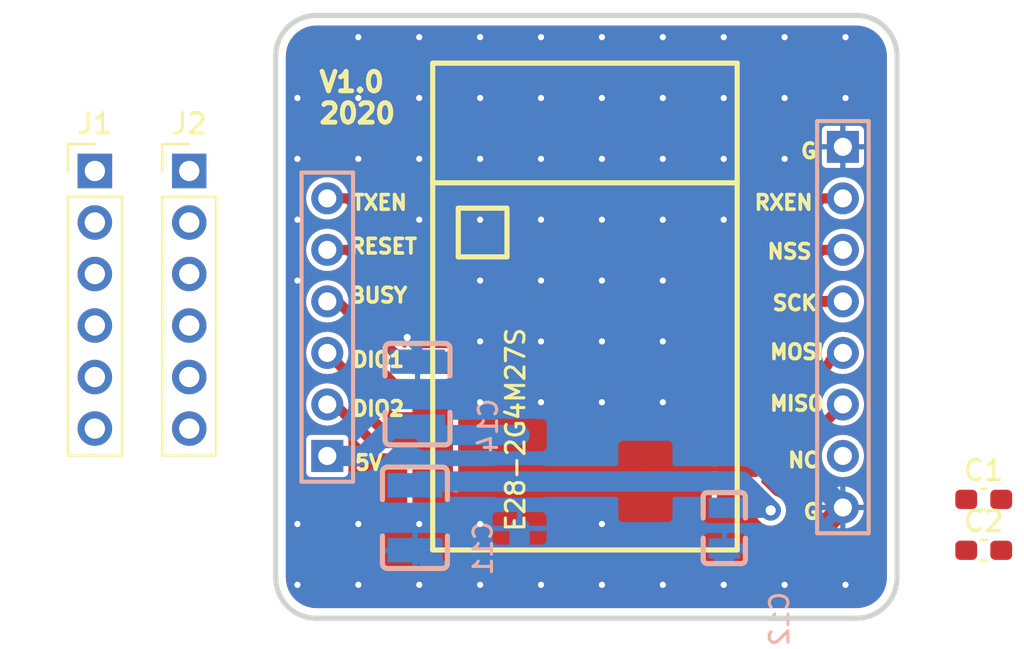
<source format=kicad_pcb>
(kicad_pcb (version 20240108) (generator "pcbnew") (generator_version "8.0")
  (layers (0 "F.Cu" signal "TopLayer") (31 "B.Cu" signal "BottomLayer") (34 "B.Paste" user "BottomPasteMaskLayer") (35 "F.Paste" user "TopPasteMaskLayer") (36 "B.SilkS" user "BottomSilkLayer") (37 "F.SilkS" user "TopSilkLayer") (38 "B.Mask" user "BottomSolderMaskLayer") (39 "F.Mask" user "TopSolderMaskLayer") (44 "Edge.Cuts" user "BoardOutLine"))
  (net 1 "")
  (net 2 "GND")
  (net 3 "3V3")
  (net 4 "5V")
  (net 5 "BUSY")
  (net 6 "TX_EN")
  (net 7 "NRESET")
  (net 8 "DIO1")
  (net 9 "NSS")
  (net 10 "SCK")
  (net 11 "MOSI")
  (net 12 "MISO")
  (net 13 "RX_EN")
  (net 14 "DIO2")
  (net 15 "+3V3")
  (net 16 "DIO3")
  (footprint "e28:E28-2G4M20S" (layer "F.Cu") (at 150 110 180)
    (property "Reference" "U1" (hide yes))
    (property "Value" "E28-2G4M27S" (at 3.9624 -10.16 90) (layer "F.SilkS") (effects (font (size 0.9144 0.9144) (thickness 0.1524)) (justify left top)))
    (fp_line (start 7.5071 7.1151) (end -7.4929 7.1151) (stroke (width 0.254)) (layer "F.SilkS"))
    (fp_line (start 7.507 13.015) (end -7.493 13.015) (stroke (width 0.254)) (layer "F.SilkS"))
    (fp_line (start 7.507 -10.985) (end 7.507 13.015) (stroke (width 0.254)) (layer "F.SilkS"))
    (fp_line (start 6.2471 5.8651) (end 3.8471 5.8651) (stroke (width 0.254)) (layer "F.SilkS"))
    (fp_line (start 6.2471 3.4651) (end 6.2471 5.8651) (stroke (width 0.254)) (layer "F.SilkS"))
    (fp_line (start 3.8471 5.8651) (end 3.8471 3.4651) (stroke (width 0.254)) (layer "F.SilkS"))
    (fp_line (start 3.8471 3.4651) (end 6.2471 3.4651) (stroke (width 0.254)) (layer "F.SilkS"))
    (fp_line (start -7.493 13.015) (end -7.493 -10.985) (stroke (width 0.254)) (layer "F.SilkS"))
    (fp_line (start -7.493 -10.985) (end 7.507 -10.985) (stroke (width 0.254)) (layer "F.SilkS"))
    (pad "1" smd rect (at -7.493 -8.255 180) (size 2 0.8) (layers "F.Cu" "F.Paste" "F.Mask") (net 3 "3V3"))
    (pad "2" smd rect (at -7.493 -6.985 180) (size 2 0.8) (layers "F.Cu" "F.Paste" "F.Mask") (net 2 "GND"))
    (pad "3" smd rect (at -7.493 -5.715 180) (size 2 0.8) (layers "F.Cu" "F.Paste" "F.Mask") (net 12 "MISO"))
    (pad "4" smd rect (at -7.493 -4.445 180) (size 2 0.8) (layers "F.Cu" "F.Paste" "F.Mask") (net 11 "MOSI"))
    (pad "5" smd rect (at -7.493 -3.175 180) (size 2 0.8) (layers "F.Cu" "F.Paste" "F.Mask") (net 10 "SCK"))
    (pad "6" smd rect (at -7.493 -1.905 180) (size 2 0.8) (layers "F.Cu" "F.Paste" "F.Mask") (net 9 "NSS"))
    (pad "7" smd rect (at -7.493 -0.635 180) (size 2 0.8) (layers "F.Cu" "F.Paste" "F.Mask") (net 2 "GND"))
    (pad "8" smd rect (at -7.493 0.635 180) (size 2 0.8) (layers "F.Cu" "F.Paste" "F.Mask") (net 13 "RX_EN"))
    (pad "9" smd rect (at 7.5072 0.635 180) (size 2 0.8) (layers "F.Cu" "F.Paste" "F.Mask") (net 6 "TX_EN"))
    (pad "10" smd rect (at 7.5072 -0.635 180) (size 2 0.8) (layers "F.Cu" "F.Paste" "F.Mask") (net 2 "GND"))
    (pad "11" smd rect (at 7.5072 -1.905 180) (size 2 0.8) (layers "F.Cu" "F.Paste" "F.Mask") (net 7 "NRESET"))
    (pad "12" smd rect (at 7.5072 -3.175 180) (size 2 0.8) (layers "F.Cu" "F.Paste" "F.Mask") (net 5 "BUSY"))
    (pad "13" smd rect (at 7.5072 -4.445 180) (size 2 0.8) (layers "F.Cu" "F.Paste" "F.Mask") (net 8 "DIO1"))
    (pad "14" smd rect (at 7.5072 -5.715 180) (size 2 0.8) (layers "F.Cu" "F.Paste" "F.Mask") (net 14 "DIO2"))
    (pad "15" smd rect (at 7.5072 -6.985 180) (size 2 0.8) (layers "F.Cu" "F.Paste" "F.Mask") (net 0 ""))
    (pad "16" smd rect (at 7.5072 -8.255 180) (size 2 0.8) (layers "F.Cu" "F.Paste" "F.Mask") (net 2 "GND"))
  )
  (footprint "Connector_PinHeader_2.54mm:PinHeader_1x06_P2.54mm_Vertical" (layer "F.Cu") (at 130.5 102.3)
    (property "Reference" "J2" (at 0 -2.33 0) (layer "F.SilkS"))
    (property "Value" "Conn_01x08")
    (fp_line (start -1.33 -1.33) (end 0 -1.33) (stroke (width 0.12)) (layer "F.SilkS"))
    (fp_line (start -1.33 0) (end -1.33 -1.33) (stroke (width 0.12)) (layer "F.SilkS"))
    (fp_line (start -1.33 1.27) (end -1.33 14.03) (stroke (width 0.12)) (layer "F.SilkS"))
    (fp_line (start -1.33 1.27) (end 1.33 1.27) (stroke (width 0.12)) (layer "F.SilkS"))
    (fp_line (start -1.33 14.03) (end 1.33 14.03) (stroke (width 0.12)) (layer "F.SilkS"))
    (fp_line (start 1.33 1.27) (end 1.33 14.03) (stroke (width 0.12)) (layer "F.SilkS"))
    (pad "1" thru_hole rect (at 0 0) (size 1.7 1.7) (drill 1) (layers "*.Cu" "*.Mask") (net 2 "GND"))
    (pad "2" thru_hole oval (at 0 2.54) (size 1.7 1.7) (drill 1) (layers "*.Cu" "*.Mask") (net 13 "RX_EN"))
    (pad "3" thru_hole oval (at 0 5.08) (size 1.7 1.7) (drill 1) (layers "*.Cu" "*.Mask") (net 9 "NSS"))
    (pad "4" thru_hole oval (at 0 7.62) (size 1.7 1.7) (drill 1) (layers "*.Cu" "*.Mask") (net 10 "SCK"))
    (pad "5" thru_hole oval (at 0 10.16) (size 1.7 1.7) (drill 1) (layers "*.Cu" "*.Mask") (net 11 "MOSI"))
    (pad "6" thru_hole oval (at 0 12.7) (size 1.7 1.7) (drill 1) (layers "*.Cu" "*.Mask") (net 12 "MISO"))
  )
  (footprint "Capacitor_SMD:C_0603_1608Metric_Pad1.08x0.95mm_HandSolder" (layer "F.Cu") (at 169.6375 121)
    (property "Reference" "C2" (at 0 -1.43 0) (layer "F.SilkS"))
    (property "Value" "22u")
    (fp_line (start -0.146267 -0.51) (end 0.146267 -0.51) (stroke (width 0.12)) (layer "F.SilkS"))
    (fp_line (start -0.146267 0.51) (end 0.146267 0.51) (stroke (width 0.12)) (layer "F.SilkS"))
    (pad "1" smd roundrect (at -0.8625 0) (size 1.075 0.95) (layers "F.Cu" "F.Paste" "F.Mask") (net 15 "+3V3"))
    (pad "2" smd roundrect (at 0.8625 0) (size 1.075 0.95) (layers "F.Cu" "F.Paste" "F.Mask") (net 2 "GND"))
  )
  (footprint "Capacitor_SMD:C_0603_1608Metric_Pad1.08x0.95mm_HandSolder" (layer "F.Cu") (at 169.6375 118.49)
    (property "Reference" "C1" (at 0 -1.43 0) (layer "F.SilkS"))
    (property "Value" "100n")
    (fp_line (start -0.146267 -0.51) (end 0.146267 -0.51) (stroke (width 0.12)) (layer "F.SilkS"))
    (fp_line (start -0.146267 0.51) (end 0.146267 0.51) (stroke (width 0.12)) (layer "F.SilkS"))
    (pad "1" smd roundrect (at -0.8625 0) (size 1.075 0.95) (layers "F.Cu" "F.Paste" "F.Mask") (net 15 "+3V3"))
    (pad "2" smd roundrect (at 0.8625 0) (size 1.075 0.95) (layers "F.Cu" "F.Paste" "F.Mask") (net 2 "GND"))
  )
  (footprint "Connector_PinHeader_2.54mm:PinHeader_1x06_P2.54mm_Vertical" (layer "F.Cu") (at 125.85 102.3)
    (property "Reference" "J1" (at 0 -2.33 0) (layer "F.SilkS"))
    (property "Value" "Conn_01x08")
    (fp_line (start -1.33 -1.33) (end 0 -1.33) (stroke (width 0.12)) (layer "F.SilkS"))
    (fp_line (start -1.33 0) (end -1.33 -1.33) (stroke (width 0.12)) (layer "F.SilkS"))
    (fp_line (start -1.33 1.27) (end -1.33 14.03) (stroke (width 0.12)) (layer "F.SilkS"))
    (fp_line (start -1.33 1.27) (end 1.33 1.27) (stroke (width 0.12)) (layer "F.SilkS"))
    (fp_line (start -1.33 14.03) (end 1.33 14.03) (stroke (width 0.12)) (layer "F.SilkS"))
    (fp_line (start 1.33 1.27) (end 1.33 14.03) (stroke (width 0.12)) (layer "F.SilkS"))
    (pad "1" thru_hole rect (at 0 0) (size 1.7 1.7) (drill 1) (layers "*.Cu" "*.Mask"))
    (pad "2" thru_hole oval (at 0 2.54) (size 1.7 1.7) (drill 1) (layers "*.Cu" "*.Mask") (net 16 "DIO3"))
    (pad "3" thru_hole oval (at 0 5.08) (size 1.7 1.7) (drill 1) (layers "*.Cu" "*.Mask") (net 14 "DIO2"))
    (pad "4" thru_hole oval (at 0 7.62) (size 1.7 1.7) (drill 1) (layers "*.Cu" "*.Mask") (net 8 "DIO1"))
    (pad "5" thru_hole oval (at 0 10.16) (size 1.7 1.7) (drill 1) (layers "*.Cu" "*.Mask") (net 5 "BUSY"))
    (pad "6" thru_hole oval (at 0 12.7) (size 1.7 1.7) (drill 1) (layers "*.Cu" "*.Mask") (net 7 "NRESET"))
  )
  (footprint "e28:C1210" (layer "B.Cu") (at 141.745 113.302 -90)
    (property "Reference" "C14" (at 0.127 -2.9464 270) (layer "B.SilkS") (effects (font (size 0.9144 0.9144) (thickness 0.1524)) (justify left top mirror)))
    (property "Value" "10uF" (hide yes))
    (fp_line (start -2.25 1.6) (end -2.2 1.6) (stroke (width 0.254)) (layer "B.SilkS"))
    (fp_line (start -0.9 1.6) (end -2.2 1.6) (stroke (width 0.254)) (layer "B.SilkS"))
    (fp_line (start 0.9 1.6) (end 2.2 1.6) (stroke (width 0.254)) (layer "B.SilkS"))
    (fp_line (start 2.2 1.6) (end 2.2 1.6) (stroke (width 0.254)) (layer "B.SilkS"))
    (fp_line (start 2.25 1.6) (end 2.2 1.6) (stroke (width 0.254)) (layer "B.SilkS"))
    (fp_line (start -2.5 1.35) (end -2.5 -1.35) (stroke (width 0.254)) (layer "B.SilkS"))
    (fp_line (start 2.5 1.35) (end 2.5 -1.35) (stroke (width 0.254)) (layer "B.SilkS"))
    (fp_line (start -2.25 -1.6) (end -2.2 -1.6) (stroke (width 0.254)) (layer "B.SilkS"))
    (fp_line (start -0.9 -1.6) (end -2.2 -1.6) (stroke (width 0.254)) (layer "B.SilkS"))
    (fp_line (start 0.9 -1.6) (end 2.2 -1.6) (stroke (width 0.254)) (layer "B.SilkS"))
    (fp_line (start 2.25 -1.6) (end 2.2 -1.6) (stroke (width 0.254)) (layer "B.SilkS"))
    (fp_arc (start -2.25 1.6) (mid -2.426777 1.526777) (end -2.5 1.35) (stroke (width 0.254)) (layer "B.SilkS"))
    (fp_arc (start 2.5 1.35) (mid 2.426777 1.526777) (end 2.25 1.6) (stroke (width 0.254)) (layer "B.SilkS"))
    (fp_arc (start -2.5 -1.35) (mid -2.426777 -1.526777) (end -2.25 -1.6) (stroke (width 0.254)) (layer "B.SilkS"))
    (fp_arc (start 2.25 -1.6) (mid 2.426777 -1.526777) (end 2.5 -1.35) (stroke (width 0.254)) (layer "B.SilkS"))
    (pad "1" smd rect (at -1.5999 0 90) (size 1.2 2.7) (layers "B.Cu" "B.Paste" "B.Mask") (net 2 "GND"))
    (pad "2" smd rect (at 1.6002 0 90) (size 1.2 2.7) (layers "B.Cu" "B.Paste" "B.Mask") (net 4 "5V"))
  )
  (footprint "e28:C1210" (layer "B.Cu") (at 141.618 119.398 90)
    (property "Reference" "C11" (at -0.0762 2.8194 270) (layer "B.SilkS") (effects (font (size 0.9144 0.9144) (thickness 0.1524)) (justify left top mirror)))
    (property "Value" "10uF" (hide yes))
    (fp_line (start 2.25 -1.6) (end 2.2 -1.6) (stroke (width 0.254)) (layer "B.SilkS"))
    (fp_line (start 0.9 -1.6) (end 2.2 -1.6) (stroke (width 0.254)) (layer "B.SilkS"))
    (fp_line (start -0.9 -1.6) (end -2.2 -1.6) (stroke (width 0.254)) (layer "B.SilkS"))
    (fp_line (start -2.25 -1.6) (end -2.2 -1.6) (stroke (width 0.254)) (layer "B.SilkS"))
    (fp_line (start 2.5 1.35) (end 2.5 -1.35) (stroke (width 0.254)) (layer "B.SilkS"))
    (fp_line (start -2.5 1.35) (end -2.5 -1.35) (stroke (width 0.254)) (layer "B.SilkS"))
    (fp_line (start 2.25 1.6) (end 2.2 1.6) (stroke (width 0.254)) (layer "B.SilkS"))
    (fp_line (start 2.2 1.6) (end 2.2 1.6) (stroke (width 0.254)) (layer "B.SilkS"))
    (fp_line (start 0.9 1.6) (end 2.2 1.6) (stroke (width 0.254)) (layer "B.SilkS"))
    (fp_line (start -0.9 1.6) (end -2.2 1.6) (stroke (width 0.254)) (layer "B.SilkS"))
    (fp_line (start -2.25 1.6) (end -2.2 1.6) (stroke (width 0.254)) (layer "B.SilkS"))
    (fp_arc (start 2.25 -1.6) (mid 2.426777 -1.526777) (end 2.5 -1.35) (stroke (width 0.254)) (layer "B.SilkS"))
    (fp_arc (start -2.5 -1.35) (mid -2.426777 -1.526777) (end -2.25 -1.6) (stroke (width 0.254)) (layer "B.SilkS"))
    (fp_arc (start 2.5 1.35) (mid 2.426777 1.526777) (end 2.25 1.6) (stroke (width 0.254)) (layer "B.SilkS"))
    (fp_arc (start -2.25 1.6) (mid -2.426777 1.526777) (end -2.5 1.35) (stroke (width 0.254)) (layer "B.SilkS"))
    (pad "1" smd rect (at -1.5999 0 270) (size 1.2 2.7) (layers "B.Cu" "B.Paste" "B.Mask") (net 2 "GND"))
    (pad "2" smd rect (at 1.6002 0 270) (size 1.2 2.7) (layers "B.Cu" "B.Paste" "B.Mask") (net 3 "3V3"))
  )
  (footprint "e28:HDR-M-2.54_1X6" (layer "B.Cu") (at 137.3 110 90)
    (property "Reference" "J1" (hide yes))
    (property "Value" "HDR-M-2.54_1x6" (hide yes))
    (fp_line (start 7.62 -1.27) (end 7.62 1.27) (stroke (width 0.2032)) (layer "B.SilkS"))
    (fp_line (start -7.62 -1.27) (end 7.62 -1.27) (stroke (width 0.2032)) (layer "B.SilkS"))
    (fp_line (start 7.62 1.27) (end -5.715 1.27) (stroke (width 0.203)) (layer "B.SilkS"))
    (fp_line (start -5.715 1.27) (end -7.62 1.27) (stroke (width 0.2032)) (layer "B.SilkS"))
    (fp_line (start -7.62 1.27) (end -7.62 -1.27) (stroke (width 0.2032)) (layer "B.SilkS"))
    (pad "1" thru_hole rect (at -6.35 0 270) (size 1.5748 1.5748) (drill 0.889) (layers "*.Cu" "*.Mask") (net 4 "5V"))
    (pad "2" thru_hole oval (at -3.81 0 270) (size 1.5748 1.5748) (drill 0.889) (layers "*.Cu" "*.Mask") (net 14 "DIO2"))
    (pad "3" thru_hole oval (at -1.27 0 270) (size 1.5748 1.5748) (drill 0.889) (layers "*.Cu" "*.Mask") (net 8 "DIO1"))
    (pad "4" thru_hole oval (at 1.27 0 270) (size 1.5748 1.5748) (drill 0.889) (layers "*.Cu" "*.Mask") (net 5 "BUSY"))
    (pad "5" thru_hole oval (at 3.81 0 270) (size 1.5748 1.5748) (drill 0.889) (layers "*.Cu" "*.Mask") (net 7 "NRESET"))
    (pad "6" thru_hole oval (at 6.35 0 270) (size 1.5748 1.5748) (drill 0.889) (layers "*.Cu" "*.Mask") (net 6 "TX_EN"))
  )
  (footprint "e28:C0805" (layer "B.Cu") (at 156.858 119.906 90)
    (property "Reference" "C12" (at -3.048 2.1844 270) (layer "B.SilkS") (effects (font (size 0.9144 0.9144) (thickness 0.1524)) (justify left top mirror)))
    (property "Value" "100nF" (hide yes))
    (fp_line (start 0.5 -1.04) (end 1.55 -1.04) (stroke (width 0.254)) (layer "B.SilkS"))
    (fp_line (start -0.5 -1.04) (end -1.55 -1.04) (stroke (width 0.254)) (layer "B.SilkS"))
    (fp_line (start 1.75 -0.84) (end 1.75 -0.8) (stroke (width 0.254)) (layer "B.SilkS"))
    (fp_line (start -1.75 -0.84) (end -1.75 -0.8) (stroke (width 0.254)) (layer "B.SilkS"))
    (fp_line (start 1.75 0.8) (end 1.75 -0.8) (stroke (width 0.254)) (layer "B.SilkS"))
    (fp_line (start -1.75 0.8) (end -1.75 -0.8) (stroke (width 0.254)) (layer "B.SilkS"))
    (fp_line (start -1.75 0.8199) (end -1.75 0.8) (stroke (width 0.254)) (layer "B.SilkS"))
    (fp_line (start 1.75 0.84) (end 1.75 0.8) (stroke (width 0.254)) (layer "B.SilkS"))
    (fp_line (start -1.75 0.84) (end -1.75 0.8) (stroke (width 0.254)) (layer "B.SilkS"))
    (fp_line (start 0.5 1.04) (end 1.55 1.04) (stroke (width 0.254)) (layer "B.SilkS"))
    (fp_line (start -0.5 1.04) (end -1.55 1.04) (stroke (width 0.254)) (layer "B.SilkS"))
    (fp_arc (start 1.55 -1.04) (mid 1.691421 -0.981421) (end 1.75 -0.84) (stroke (width 0.254)) (layer "B.SilkS"))
    (fp_arc (start -1.75 -0.84) (mid -1.691421 -0.981421) (end -1.55 -1.04) (stroke (width 0.254)) (layer "B.SilkS"))
    (fp_arc (start 1.75 0.84) (mid 1.691421 0.981421) (end 1.55 1.04) (stroke (width 0.254)) (layer "B.SilkS"))
    (fp_arc (start -1.55 1.04) (mid -1.691421 0.981421) (end -1.75 0.84) (stroke (width 0.254)) (layer "B.SilkS"))
    (pad "1" smd rect (at -1 0 270) (size 1 1.55) (layers "B.Cu" "B.Paste" "B.Mask") (net 2 "GND"))
    (pad "2" smd rect (at 1 0 270) (size 1 1.55) (layers "B.Cu" "B.Paste" "B.Mask") (net 3 "3V3"))
  )
  (footprint "e28:HDR-M-2.54_1X8" (layer "B.Cu") (at 162.7 111.27 -90)
    (property "Reference" "J2" (hide yes))
    (property "Value" "HDR-M-2.54_1x8" (hide yes))
    (fp_line (start -11.43 1.27) (end -9.525 1.27) (stroke (width 0.2032)) (layer "B.SilkS"))
    (fp_line (start 8.89 1.27) (end -9.525 1.27) (stroke (width 0.203)) (layer "B.SilkS"))
    (fp_line (start 8.89 1.27) (end 8.89 -1.27) (stroke (width 0.2032)) (layer "B.SilkS"))
    (fp_line (start -11.43 -1.27) (end -11.43 1.27) (stroke (width 0.2032)) (layer "B.SilkS"))
    (fp_line (start 8.89 -1.27) (end -11.43 -1.27) (stroke (width 0.2032)) (layer "B.SilkS"))
    (pad "1" thru_hole rect (at -10.16 0 90) (size 1.5748 1.5748) (drill 0.889) (layers "*.Cu" "*.Mask") (net 2 "GND"))
    (pad "2" thru_hole oval (at -7.62 0 90) (size 1.5748 1.5748) (drill 0.889) (layers "*.Cu" "*.Mask") (net 13 "RX_EN"))
    (pad "3" thru_hole oval (at -5.08 0 90) (size 1.5748 1.5748) (drill 0.889) (layers "*.Cu" "*.Mask") (net 9 "NSS"))
    (pad "4" thru_hole oval (at -2.54 0 90) (size 1.5748 1.5748) (drill 0.889) (layers "*.Cu" "*.Mask") (net 10 "SCK"))
    (pad "5" thru_hole oval (at 0 0 90) (size 1.5748 1.5748) (drill 0.889) (layers "*.Cu" "*.Mask") (net 11 "MOSI"))
    (pad "6" thru_hole oval (at 2.54 0 90) (size 1.5748 1.5748) (drill 0.889) (layers "*.Cu" "*.Mask") (net 12 "MISO"))
    (pad "7" thru_hole oval (at 5.08 0 90) (size 1.5748 1.5748) (drill 0.889) (layers "*.Cu" "*.Mask") (net 0 ""))
    (pad "8" thru_hole oval (at 7.62 0 90) (size 1.5748 1.5748) (drill 0.889) (layers "*.Cu" "*.Mask") (net 2 "GND"))
  )
  (gr_arc (start 165.367 122.351) (mid 164.781214 123.765214) (end 163.367 124.351) (stroke (width 0.254)) (layer "Edge.Cuts"))
  (gr_arc (start 136.759998 124.351) (mid 135.345786 123.765214) (end 134.76 122.351002) (stroke (width 0.254)) (layer "Edge.Cuts"))
  (gr_line (start 136.759998 94.633) (end 163.367 94.633) (stroke (width 0.254)) (layer "Edge.Cuts"))
  (gr_line (start 165.367 96.633) (end 165.367 122.351) (stroke (width 0.254)) (layer "Edge.Cuts"))
  (gr_arc (start 163.367 94.633) (mid 164.781214 95.218786) (end 165.367 96.633) (stroke (width 0.254)) (layer "Edge.Cuts"))
  (gr_arc (start 134.76 96.632998) (mid 135.345786 95.218786) (end 136.759998 94.633) (stroke (width 0.254)) (layer "Edge.Cuts"))
  (gr_line (start 163.367 124.351) (end 136.759998 124.351) (stroke (width 0.254)) (layer "Edge.Cuts"))
  (gr_line (start 134.76 122.351002) (end 134.76 96.632998) (stroke (width 0.254)) (layer "Edge.Cuts"))
  (gr_text "NSS" (at 158.89 105.851 0) (layer "F.SilkS") (effects (font (size 0.72 0.72) (thickness 0.2032)) (justify left top)))
  (gr_text "G" (at 160.668 118.678 0) (layer "F.SilkS") (effects (font (size 0.72 0.72) (thickness 0.2032)) (justify left top)))
  (gr_text "G" (at 160.541 100.898 0) (layer "F.SilkS") (effects (font (size 0.72 0.72) (thickness 0.2032)) (justify left top)))
  (gr_text "BUSY" (at 138.316 108.01 0) (layer "F.SilkS") (effects (font (size 0.72 0.72) (thickness 0.2032)) (justify left top)))
  (gr_text "RXEN" (at 158.255 103.438 0) (layer "F.SilkS") (effects (font (size 0.72 0.72) (thickness 0.2032)) (justify left top)))
  (gr_text "DIO2" (at 138.443 113.598 0) (layer "F.SilkS") (effects (font (size 0.72 0.72) (thickness 0.2032)) (justify left top)))
  (gr_text "MOSI" (at 159.017 110.804 0) (layer "F.SilkS") (effects (font (size 0.72 0.72) (thickness 0.2032)) (justify left top)))
  (gr_text "MISO" (at 159.017 113.344 0) (layer "F.SilkS") (effects (font (size 0.72 0.72) (thickness 0.2032)) (justify left top)))
  (gr_text "RESET" (at 138.316 105.597 0) (layer "F.SilkS") (effects (font (size 0.72 0.72) (thickness 0.2032)) (justify left top)))
  (gr_text "V1.0\n2020" (at 136.792 97.356 0) (layer "F.SilkS") (effects (font (size 0.96 0.96) (thickness 0.25)) (justify left top)))
  (gr_text "NC" (at 159.906 116.138 0) (layer "F.SilkS") (effects (font (size 0.72 0.72) (thickness 0.2032)) (justify left top)))
  (gr_text "5V" (at 138.57 116.265 0) (layer "F.SilkS") (effects (font (size 0.72 0.72) (thickness 0.2032)) (justify left top)))
  (gr_text "SCK" (at 159.144 108.391 0) (layer "F.SilkS") (effects (font (size 0.72 0.72) (thickness 0.2032)) (justify left top)))
  (gr_text "TXEN" (at 138.443 103.438 0) (layer "F.SilkS") (effects (font (size 0.72 0.72) (thickness 0.2032)) (justify left top)))
  (gr_text "DIO1" (at 138.443 111.185 0) (layer "F.SilkS") (effects (font (size 0.72 0.72) (thickness 0.2032)) (justify left top)))
  (segment (start 157.493 116.985) (end 160.795 116.985) (width 0.5) (layer "F.Cu") (net 2))
  (segment (start 142.4928 110.635) (end 142.3658 110.508) (width 0.5) (layer "F.Cu") (net 2))
  (segment (start 160.795 116.985) (end 162.7 118.89) (width 0.5) (layer "F.Cu") (net 2))
  (segment (start 159.144 122.446) (end 162.7 118.89) (width 1) (layer "F.Cu") (net 2))
  (segment (start 142.3658 110.508) (end 141.237 110.508) (width 0.5) (layer "F.Cu") (net 2))
  (segment (start 142.4928 119.7648) (end 145.174 122.446) (width 1) (layer "F.Cu") (net 2))
  (segment (start 142.4928 118.255) (end 142.4928 119.7648) (width 1) (layer "F.Cu") (net 2))
  (segment (start 145.174 122.446) (end 159.144 122.446) (width 1) (layer "F.Cu") (net 2))
  (via (at 135.8296 119.7025) (size 0.61) (drill 0.305) (layers "F.Cu" "B.Cu") (net 2))
  (via (at 150.8296 98.7026) (size 0.61) (drill 0.305) (layers "F.Cu" "B.Cu") (net 2))
  (via (at 141.8296 98.7026) (size 0.61) (drill 0.305) (layers "F.Cu" "B.Cu") (net 2))
  (via (at 162.8295 98.7026) (size 0.61) (drill 0.305) (layers "F.Cu" "B.Cu") (net 2))
  (via (at 135.8296 98.7026) (size 0.61) (drill 0.305) (layers "F.Cu" "B.Cu") (net 2))
  (via (at 141.8296 95.7026) (size 0.61) (drill 0.305) (layers "F.Cu" "B.Cu") (net 2))
  (via (at 147.8296 107.7026) (size 0.61) (drill 0.305) (layers "F.Cu" "B.Cu") (net 2))
  (via (at 156.8296 95.7026) (size 0.61) (drill 0.305) (layers "F.Cu" "B.Cu") (net 2))
  (via (at 147.8296 95.7026) (size 0.61) (drill 0.305) (layers "F.Cu" "B.Cu") (net 2))
  (via (at 156.8296 98.7026) (size 0.61) (drill 0.305) (layers "F.Cu" "B.Cu") (net 2))
  (via (at 144.8296 107.7026) (size 0.61) (drill 0.305) (layers "F.Cu" "B.Cu") (net 2))
  (via (at 141.8296 119.7025) (size 0.61) (drill 0.305) (layers "F.Cu" "B.Cu") (net 2))
  (via (at 150.8296 119.7025) (size 0.61) (drill 0.305) (layers "F.Cu" "B.Cu") (net 2))
  (via (at 159.8295 98.7026) (size 0.61) (drill 0.305) (layers "F.Cu" "B.Cu") (net 2))
  (via (at 147.8296 122.7025) (size 0.61) (drill 0.305) (layers "F.Cu" "B.Cu") (net 2))
  (via (at 147.8296 113.7026) (size 0.61) (drill 0.305) (layers "F.Cu" "B.Cu") (net 2))
  (via (at 159.8295 122.7025) (size 0.61) (drill 0.305) (layers "F.Cu" "B.Cu") (net 2))
  (via (at 144.8296 113.7026) (size 0.61) (drill 0.305) (layers "F.Cu" "B.Cu") (net 2))
  (via (at 153.8296 110.7026) (size 0.61) (drill 0.305) (layers "F.Cu" "B.Cu") (net 2))
  (via (at 159.8295 101.7026) (size 0.61) (drill 0.305) (layers "F.Cu" "B.Cu") (net 2))
  (via (at 141.8296 104.7026) (size 0.61) (drill 0.305) (layers "F.Cu" "B.Cu") (net 2))
  (via (at 153.8296 113.7026) (size 0.61) (drill 0.305) (layers "F.Cu" "B.Cu") (net 2))
  (via (at 144.8296 119.7025) (size 0.61) (drill 0.305) (layers "F.Cu" "B.Cu") (net 2))
  (via (at 150.8296 107.7026) (size 0.61) (drill 0.305) (layers "F.Cu" "B.Cu") (net 2))
  (via (at 156.8296 104.7026) (size 0.61) (drill 0.305) (layers "F.Cu" "B.Cu") (net 2))
  (via (at 144.8296 104.7026) (size 0.61) (drill 0.305) (layers "F.Cu" "B.Cu") (net 2))
  (via (at 141.8296 101.7026) (size 0.61) (drill 0.305) (layers "F.Cu" "B.Cu") (net 2))
  (via (at 141.8296 122.7025) (size 0.61) (drill 0.305) (layers "F.Cu" "B.Cu") (net 2))
  (via (at 138.8296 98.7026) (size 0.61) (drill 0.305) (layers "F.Cu" "B.Cu") (net 2))
  (via (at 138.8296 119.7025) (size 0.61) (drill 0.305) (layers "F.Cu" "B.Cu") (net 2))
  (via (at 138.8296 122.7025) (size 0.61) (drill 0.305) (layers "F.Cu" "B.Cu") (net 2))
  (via (at 159.8295 95.7026) (size 0.61) (drill 0.305) (layers "F.Cu" "B.Cu") (net 2))
  (via (at 144.8296 95.7026) (size 0.61) (drill 0.305) (layers "F.Cu" "B.Cu") (net 2))
  (via (at 150.8296 95.7026) (size 0.61) (drill 0.305) (layers "F.Cu" "B.Cu") (net 2))
  (via (at 150.8296 101.7026) (size 0.61) (drill 0.305) (layers "F.Cu" "B.Cu") (net 2))
  (via (at 144.8296 122.7025) (size 0.61) (drill 0.305) (layers "F.Cu" "B.Cu") (net 2))
  (via (at 144.8296 101.7026) (size 0.61) (drill 0.305) (layers "F.Cu" "B.Cu") (net 2))
  (via (at 153.8296 122.7025) (size 0.61) (drill 0.305) (layers "F.Cu" "B.Cu") (net 2))
  (via (at 138.8296 95.7026) (size 0.61) (drill 0.305) (layers "F.Cu" "B.Cu") (net 2))
  (via (at 144.8296 98.7026) (size 0.61) (drill 0.305) (layers "F.Cu" "B.Cu") (net 2))
  (via (at 135.8296 107.7026) (size 0.61) (drill 0.305) (layers "F.Cu" "B.Cu") (net 2))
  (via (at 135.8296 104.7026) (size 0.61) (drill 0.305) (layers "F.Cu" "B.Cu") (net 2))
  (via (at 135.8296 101.7026) (size 0.61) (drill 0.305) (layers "F.Cu" "B.Cu") (net 2))
  (via (at 147.8296 101.7026) (size 0.61) (drill 0.305) (layers "F.Cu" "B.Cu") (net 2))
  (via (at 147.8296 110.7026) (size 0.61) (drill 0.305) (layers "F.Cu" "B.Cu") (net 2))
  (via (at 156.8296 101.7026) (size 0.61) (drill 0.305) (layers "F.Cu" "B.Cu") (net 2))
  (via (at 153.8296 107.7026) (size 0.61) (drill 0.305) (layers "F.Cu" "B.Cu") (net 2))
  (via (at 147.8296 104.7026) (size 0.61) (drill 0.305) (layers "F.Cu" "B.Cu") (net 2))
  (via (at 135.8296 122.7025) (size 0.61) (drill 0.305) (layers "F.Cu" "B.Cu") (net 2))
  (via (at 147.8296 98.7026) (size 0.61) (drill 0.305) (layers "F.Cu" "B.Cu") (net 2))
  (via (at 150.8296 110.7026) (size 0.61) (drill 0.305) (layers "F.Cu" "B.Cu") (net 2))
  (via (at 162.8295 95.7026) (size 0.61) (drill 0.305) (layers "F.Cu" "B.Cu") (net 2))
  (via (at 144.8296 110.7026) (size 0.61) (drill 0.305) (layers "F.Cu" "B.Cu") (net 2))
  (via (at 138.8296 101.7026) (size 0.61) (drill 0.305) (layers "F.Cu" "B.Cu") (net 2))
  (via (at 162.8295 122.7025) (size 0.61) (drill 0.305) (layers "F.Cu" "B.Cu") (net 2))
  (via (at 150.8296 122.7025) (size 0.61) (drill 0.305) (layers "F.Cu" "B.Cu") (net 2))
  (via (at 153.8296 101.7026) (size 0.61) (drill 0.305) (layers "F.Cu" "B.Cu") (net 2))
  (via (at 153.8296 98.7026) (size 0.61) (drill 0.305) (layers "F.Cu" "B.Cu") (net 2))
  (via (at 153.8296 104.7026) (size 0.61) (drill 0.305) (layers "F.Cu" "B.Cu") (net 2))
  (via (at 150.8296 104.7026) (size 0.61) (drill 0.305) (layers "F.Cu" "B.Cu") (net 2))
  (via (at 150.8296 113.7026) (size 0.61) (drill 0.305) (layers "F.Cu" "B.Cu") (net 2))
  (via (at 156.8296 122.7025) (size 0.61) (drill 0.305) (layers "F.Cu" "B.Cu") (net 2))
  (via (at 141.237 110.508) (size 0.7) (drill 0.35) (layers "F.Cu" "B.Cu") (net 2))
  (via (at 153.8296 95.7026) (size 0.61) (drill 0.305) (layers "F.Cu" "B.Cu") (net 2))
  (segment (start 146.7742 119.9187) (end 146.7742 122.319) (width 1) (layer "B.Cu") (net 2))
  (segment (start 143.142 122.319) (end 156.223 122.319) (width 1) (layer "B.Cu") (net 2))
  (segment (start 141.237 110.508) (end 141.745 111.016) (width 0.5) (layer "B.Cu") (net 2))
  (segment (start 155.5119 111.7019) (end 162.7 118.89) (width 1) (layer "B.Cu") (net 2))
  (segment (start 141.745 111.7019) (end 155.5119 111.7019) (width 1) (layer "B.Cu") (net 2))
  (segment (start 156.223 122.319) (end 156.858 121.684) (width 1) (layer "B.Cu") (net 2))
  (segment (start 141.745 111.016) (end 141.745 111.7019) (width 0.5) (layer "B.Cu") (net 2))
  (segment (start 141.618 120.9982) (end 141.8212 120.9982) (width 1) (layer "B.Cu") (net 2))
  (segment (start 141.8212 120.9982) (end 143.142 122.319) (width 1) (layer "B.Cu") (net 2))
  (segment (start 162.7 118.89) (end 160.684 120.906) (width 0.5) (layer "B.Cu") (net 2))
  (segment (start 156.858 121.684) (end 156.858 120.9068) (width 1) (layer "B.Cu") (net 2))
  (segment (start 160.684 120.906) (end 156.858 120.906) (width 0.5) (layer "B.Cu") (net 2))
  (segment (start 158.366 118.255) (end 157.493 118.255) (width 0.8) (layer "F.Cu") (net 3))
  (segment (start 159.144 119.033) (end 158.366 118.255) (width 0.8) (layer "F.Cu") (net 3))
  (via (at 159.144 119.033) (size 1) (drill 0.5) (layers "F.Cu" "B.Cu") (net 3))
  (segment (start 159.017 118.906) (end 159.144 119.033) (width 1) (layer "B.Cu") (net 3))
  (segment (start 156.858 118.906) (end 159.017 118.906) (width 1) (layer "B.Cu") (net 3))
  (segment (start 157.7183 117.6073) (end 159.144 119.033) (width 1) (layer "B.Cu") (net 3))
  (segment (start 141.8086 117.6073) (end 146.7742 117.6073) (width 1) (layer "B.Cu") (net 3))
  (segment (start 146.7742 117.6073) (end 152.9718 117.6073) (width 1) (layer "B.Cu") (net 3))
  (segment (start 152.9718 117.6073) (end 157.7183 117.6073) (width 1) (layer "B.Cu") (net 3))
  (segment (start 141.618 117.7979) (end 141.8086 117.6073) (width 1) (layer "B.Cu") (net 3))
  (segment (start 140.5258 114.9022) (end 139.078 116.35) (width 1) (layer "B.Cu") (net 4))
  (segment (start 139.078 116.35) (end 137.3 116.35) (width 1) (layer "B.Cu") (net 4))
  (segment (start 141.745 114.9022) (end 140.5258 114.9022) (width 1) (layer "B.Cu") (net 4))
  (segment (start 142.1642 115.3213) (end 146.7742 115.3213) (width 1) (layer "B.Cu") (net 4))
  (segment (start 141.745 114.9021) (end 142.1642 115.3213) (width 1) (layer "B.Cu") (net 4))
  (segment (start 140.983 113.175) (end 138.697 110.889) (width 0.5) (layer "F.Cu") (net 5))
  (segment (start 138.697 109.619) (end 137.808 108.73) (width 0.5) (layer "F.Cu") (net 5))
  (segment (start 142.4918 113.175) (end 140.983 113.175) (width 0.5) (layer "F.Cu") (net 5))
  (segment (start 137.808 108.73) (end 137.3 108.73) (width 0.5) (layer "F.Cu") (net 5))
  (segment (start 138.697 110.889) (end 138.697 109.619) (width 0.5) (layer "F.Cu") (net 5))
  (segment (start 141.491 106.825) (end 138.316 103.65) (width 0.5) (layer "F.Cu") (net 6))
  (segment (start 141.491 108.3632) (end 141.491 106.825) (width 0.5) (layer "F.Cu") (net 6))
  (segment (start 142.4928 109.365) (end 141.491 108.3632) (width 0.5) (layer "F.Cu") (net 6))
  (segment (start 138.316 103.65) (end 137.3 103.65) (width 0.5) (layer "F.Cu") (net 6))
  (segment (start 139.84 110.508) (end 139.84 107.714) (width 0.5) (layer "F.Cu") (net 7))
  (segment (start 141.237 111.905) (end 139.84 110.508) (width 0.5) (layer "F.Cu") (net 7))
  (segment (start 138.316 106.19) (end 137.3 106.19) (width 0.5) (layer "F.Cu") (net 7))
  (segment (start 142.4928 111.905) (end 141.237 111.905) (width 0.5) (layer "F.Cu") (net 7))
  (segment (start 139.84 107.714) (end 138.316 106.19) (width 0.5) (layer "F.Cu") (net 7))
  (segment (start 140.475 114.445) (end 137.3 111.27) (width 0.5) (layer "F.Cu") (net 8))
  (segment (start 142.4928 114.445) (end 140.475 114.445) (width 0.5) (layer "F.Cu") (net 8))
  (segment (start 161.684 106.19) (end 162.7 106.19) (width 0.5) (layer "F.Cu") (net 9))
  (segment (start 157.493 111.905) (end 158.89 111.905) (width 0.5) (layer "F.Cu") (net 9))
  (segment (start 159.271 111.524) (end 159.271 108.603) (width 0.5) (layer "F.Cu") (net 9))
  (segment (start 158.89 111.905) (end 159.271 111.524) (width 0.5) (layer "F.Cu") (net 9))
  (segment (start 159.271 108.603) (end 161.684 106.19) (width 0.5) (layer "F.Cu") (net 9))
  (segment (start 157.493 113.175) (end 159.779 113.175) (width 0.541) (layer "F.Cu") (net 10))
  (segment (start 159.779 113.175) (end 161.049 108.73) (width 0.541) (layer "F.Cu") (net 10))
  (segment (start 161.049 108.73) (end 162.7 108.73) (width 0.541) (layer "F.Cu") (net 10))
  (segment (start 160.287 114.445) (end 162.3292 111.2675) (width 0.5) (layer "F.Cu") (net 11))
  (segment (start 157.493 114.445) (end 160.287 114.445) (width 0.5) (layer "F.Cu") (net 11))
  (segment (start 162.3292 111.2675) (end 162.7 111.27) (width 0.5) (layer "F.Cu") (net 11))
  (segment (start 160.795 115.715) (end 162.7 113.81) (width 0.5) (layer "F.Cu") (net 12))
  (segment (start 157.493 115.715) (end 160.795 115.715) (width 0.5) (layer "F.Cu") (net 12))
  (segment (start 157.493 109.365) (end 157.493 107.8512) (width 0.5) (layer "F.Cu") (net 13))
  (segment (start 161.6738 103.6525) (end 162.7 103.65) (width 0.5) (layer "F.Cu") (net 13))
  (segment (start 157.493 107.8512) (end 161.6738 103.6525) (width 0.5) (layer "F.Cu") (net 13))
  (segment (start 139.586 115.715) (end 137.681 113.81) (width 0.5) (layer "F.Cu") (net 14))
  (segment (start 142.4918 115.715) (end 139.586 115.715) (width 0.5) (layer "F.Cu") (net 14))
  (segment (start 137.681 113.81) (end 137.3 113.81) (width 0.5) (layer "F.Cu") (net 14))
  (zone (net 2) (net_name "GND") (layer "F.Cu") (priority 99) (connect_pads (clearance 0.254)) (min_thickness 0.254) (fill yes (thermal_gap 0.254) (thermal_bridge_width 0.254))
    (polygon (pts (xy 134.379 93.871) (xy 133.871 125.24) (xy 166.256 125.367) (xy 166.256 93.871)))
  )
  (zone (net 2) (net_name "GND") (layer "B.Cu") (priority 98) (connect_pads (clearance 0.254)) (min_thickness 0.254) (fill yes (thermal_gap 0.254) (thermal_bridge_width 0.254))
    (polygon (pts (xy 133.998 94.252) (xy 134.252 124.605) (xy 166.256 124.986) (xy 166.002 93.871)))
  )
)
</source>
